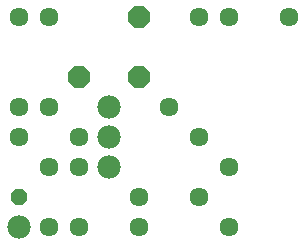
<source format=gbs>
G75*
%MOIN*%
%OFA0B0*%
%FSLAX25Y25*%
%IPPOS*%
%LPD*%
%AMOC8*
5,1,8,0,0,1.08239X$1,22.5*
%
%ADD10OC8,0.07296*%
%ADD11C,0.06343*%
%ADD12C,0.07800*%
%ADD13OC8,0.05556*%
D10*
X0031544Y0061267D03*
X0051544Y0061267D03*
X0051544Y0081267D03*
D11*
X0071544Y0081267D03*
X0081544Y0081267D03*
X0101544Y0081267D03*
X0061544Y0051267D03*
X0071544Y0041267D03*
X0081544Y0031267D03*
X0071544Y0021267D03*
X0081544Y0011267D03*
X0051544Y0011267D03*
X0051544Y0021267D03*
X0031544Y0031267D03*
X0021544Y0031267D03*
X0011544Y0041267D03*
X0011544Y0051267D03*
X0021544Y0051267D03*
X0031544Y0041267D03*
X0031544Y0011267D03*
X0021544Y0011267D03*
X0021544Y0081267D03*
X0011544Y0081267D03*
D12*
X0011544Y0011267D03*
X0041544Y0031267D03*
X0041544Y0041267D03*
X0041544Y0051267D03*
D13*
X0011544Y0021267D03*
M02*

</source>
